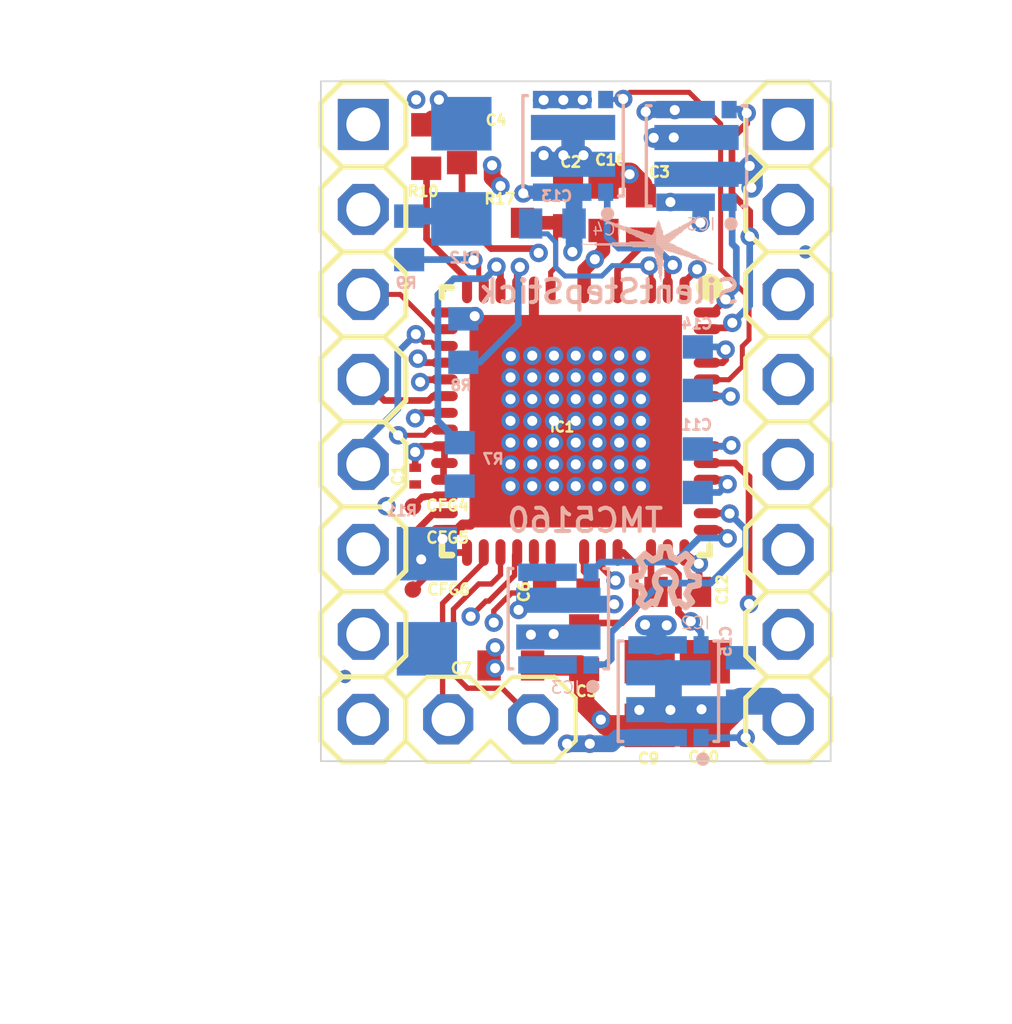
<source format=kicad_pcb>
(kicad_pcb (version 20240108) (generator "pcbnew") (generator_version "8.0")
  (layers (0 "F.Cu" signal) (1 "In1.Cu" signal) (2 "In2.Cu" signal) (3 "In3.Cu" signal) (4 "In4.Cu" signal) (31 "B.Cu" signal) (34 "B.Paste" user) (35 "F.Paste" user) (36 "B.SilkS" user "B.Silkscreen") (37 "F.SilkS" user "F.Silkscreen") (38 "B.Mask" user) (39 "F.Mask" user) (44 "Edge.Cuts" user))
  (net 0 "")
  (net 1 "GND")
  (net 2 "SRBL")
  (net 3 "SRBH")
  (net 4 "SRAL")
  (net 5 "SRAH")
  (net 6 "LA1")
  (net 7 "LA2")
  (net 8 "BMA1")
  (net 9 "BMA2")
  (net 10 "HA1")
  (net 11 "CA1")
  (net 12 "HA2")
  (net 13 "CA2")
  (net 14 "LB2")
  (net 15 "LB1")
  (net 16 "BMB2")
  (net 17 "BMB1")
  (net 18 "HB1")
  (net 19 "CB1")
  (net 20 "HB2")
  (net 21 "CB2")
  (net 22 "N$1")
  (net 23 "N$2")
  (net 24 "N$3")
  (net 25 "N$4")
  (net 26 "5V_OUT")
  (net 27 "VCC")
  (net 28 "VCC_IO")
  (net 29 "+VM")
  (net 30 "SA")
  (net 31 "SB")
  (net 32 "CSN")
  (net 33 "SCK")
  (net 34 "SDI")
  (net 35 "SDO")
  (net 36 "EN")
  (net 37 "CLK")
  (net 38 "STEP")
  (net 39 "DIR")
  (net 40 "DIAG1")
  (net 41 "DIAG0")
  (net 42 "N$11")
  (net 43 "N$41")
  (net 44 "N$44")
  (footprint "SilentStepStick-TMC5160_v13:C0402" (layer "F.Cu") (at 148.2711 98.5136 -90)
    (property "Reference" "C2")
    (property "Value" "2u2")
  )
  (footprint "SilentStepStick-TMC5160_v13:PASSER_04MM" (layer "F.Cu") (at 155.3711 99.9436)
    (property "Reference" "X2" (hide yes))
    (property "Value" "PASSER-04" (hide yes))
  )
  (footprint "SilentStepStick-TMC5160_v13:MA02-1" (layer "F.Cu") (at 145.9611 113.9136 -90)
    (property "Reference" "P3" (hide yes))
    (property "Value" "MA02-1" (hide yes))
  )
  (footprint "SilentStepStick-TMC5160_v13:C0402" (layer "F.Cu") (at 145.1011 96.6236 -90)
    (property "Reference" "C4")
    (property "Value" "470nF")
  )
  (footprint "SilentStepStick-TMC5160_v13:C0402" (layer "F.Cu") (at 148.7511 111.7736 -90)
    (property "Reference" "C5")
    (property "Value" "100nF")
  )
  (footprint "SilentStepStick-TMC5160_v13:R0402" (layer "F.Cu") (at 146.2611 99.0736)
    (property "Reference" "R17")
    (property "Value" "2R2/1%")
  )
  (footprint "SilentStepStick-TMC5160_v13:1X08-S" (layer "F.Cu") (at 142.1511 105.0236 -90)
    (property "Reference" "P1" (hide yes))
    (property "Value" "MA08-1" (hide yes))
  )
  (footprint "SilentStepStick-TMC5160_v13:C0402" (layer "F.Cu") (at 146.5611 112.3036)
    (property "Reference" "C7")
    (property "Value" "100nF")
  )
  (footprint "SilentStepStick-TMC5160_v13:C0402" (layer "F.Cu") (at 151.5511 110.1036)
    (property "Reference" "C12")
    (property "Value" "100nF")
  )
  (footprint "SilentStepStick-TMC5160_v13:C0805" (layer "F.Cu") (at 150.7111 113.1436 90)
    (property "Reference" "C9")
    (property "Value" "10uF/35V")
  )
  (footprint "SilentStepStick-TMC5160_v13:PAD-0.5_NC" (layer "F.Cu") (at 143.6311 107.5536)
    (property "Reference" "CFG4")
    (property "Value" "PAD-0.5_NC" (hide yes))
  )
  (footprint "SilentStepStick-TMC5160_v13:C0402" (layer "F.Cu") (at 149.3311 98.6536 -90)
    (property "Reference" "C16")
    (property "Value" "470nF/35V")
  )
  (footprint "SilentStepStick-TMC5160_v13:VQFN56(47)_8.0X8.0X0.9MM_0.5P_EP" (layer "F.Cu") (at 148.5011 105.0036 180)
    (property "Reference" "IC1")
    (property "Value" " TMC5160-WA ")
  )
  (footprint "SilentStepStick-TMC5160_v13:C0805" (layer "F.Cu") (at 152.3611 113.1436 90)
    (property "Reference" "C10")
    (property "Value" "10uF/35V")
  )
  (footprint "SilentStepStick-TMC5160_v13:R0402" (layer "F.Cu") (at 144.0311 96.7936 90)
    (property "Reference" "R10")
    (property "Value" "47R")
  )
  (footprint "SilentStepStick-TMC5160_v13:C0402" (layer "F.Cu") (at 150.4511 98.9136 -90)
    (property "Reference" "C3")
    (property "Value" "2u2")
  )
  (footprint "SilentStepStick-TMC5160_v13:1X08-S" (layer "F.Cu") (at 154.8511 105.0236 -90)
    (property "Reference" "P2" (hide yes))
    (property "Value" "MA08-1" (hide yes))
  )
  (footprint "SilentStepStick-TMC5160_v13:PAD-0.5_NC" (layer "F.Cu") (at 143.6311 110.0336)
    (property "Reference" "CFG6")
    (property "Value" "PAD-0.5_NC" (hide yes))
  )
  (footprint "SilentStepStick-TMC5160_v13:C0201" (layer "F.Cu") (at 143.7011 106.6436 90)
    (property "Reference" "C1")
    (property "Value" "100nF")
  )
  (footprint "SilentStepStick-TMC5160_v13:C0402" (layer "F.Cu") (at 148.2211 110.1536)
    (property "Reference" "C6")
    (property "Value" "22nF")
  )
  (footprint "SilentStepStick-TMC5160_v13:PASSER_04MM" (layer "F.Cu") (at 141.6011 112.6336)
    (property "Reference" "X1" (hide yes))
    (property "Value" "PASSER-04" (hide yes))
  )
  (footprint "SilentStepStick-TMC5160_v13:PAD-0.5_NC" (layer "F.Cu") (at 143.6311 108.4636)
    (property "Reference" "CFG5")
    (property "Value" "PAD-0.5_NC" (hide yes))
  )
  (footprint "SilentStepStick-TMC5160_v13:8-POWERWDFN" (layer "B.Cu") (at 148.4211 96.7736 180)
    (property "Reference" "IC4")
    (property "Value" "FDMC8030")
  )
  (footprint "SilentStepStick-TMC5160_v13:R0402" (layer "B.Cu") (at 145.1411 102.5936 90)
    (property "Reference" "R8")
    (property "Value" "47R")
  )
  (footprint "SilentStepStick-TMC5160_v13:R0402" (layer "B.Cu") (at 143.5211 99.5236 90)
    (property "Reference" "R9")
    (property "Value" "47R")
  )
  (footprint "SilentStepStick-TMC5160_v13:C0402" (layer "B.Cu") (at 152.1511 106.4836 90)
    (property "Reference" "C11")
    (property "Value" "100nF")
  )
  (footprint "SilentStepStick-TMC5160_v13:PASSER_04MM" (layer "B.Cu") (at 141.6011 112.6336 180)
    (property "Reference" "X3" (hide yes))
    (property "Value" "PASSER-04" (hide yes))
  )
  (footprint "SilentStepStick-TMC5160_v13:R1206" (layer "B.Cu") (at 144.0511 110.3836 -90)
    (property "Reference" "R11")
    (property "Value" "75mR")
  )
  (footprint "SilentStepStick-TMC5160_v13:C0402" (layer "B.Cu") (at 153.4411 112.7236 -90)
    (property "Reference" "C15")
    (property "Value" "470nF/35V")
  )
  (footprint "SilentStepStick-TMC5160_v13:8-POWERWDFN" (layer "B.Cu") (at 147.9811 110.9036 180)
    (property "Reference" "IC3")
    (property "Value" "FDMC8030")
  )
  (footprint "SilentStepStick-TMC5160_v13:8-POWERWDFN" (layer "B.Cu") (at 151.2711 113.0736 180)
    (property "Reference" "IC2")
    (property "Value" "FDMC8030")
  )
  (footprint "SilentStepStick-TMC5160_v13:R0402" (layer "B.Cu") (at 145.0311 106.2936 -90)
    (property "Reference" "R7")
    (property "Value" "47R")
  )
  (footprint "SilentStepStick-TMC5160_v13:8-POWERWDFN" (layer "B.Cu") (at 152.1111 97.0736 180)
    (property "Reference" "IC5")
    (property "Value" "FDMC8030")
  )
  (footprint "SilentStepStick-TMC5160_v13:R1206" (layer "B.Cu") (at 145.0811 97.5336 -90)
    (property "Reference" "R12")
    (property "Value" "75mR")
  )
  (footprint "SilentStepStick-TMC5160_v13:PASSER_04MM" (layer "B.Cu") (at 155.3711 99.9436 180)
    (property "Reference" "X4" (hide yes))
    (property "Value" "PASSER-04" (hide yes))
  )
  (footprint "SilentStepStick-TMC5160_v13:C0402" (layer "B.Cu") (at 152.1511 103.4336 90)
    (property "Reference" "C14")
    (property "Value" "100nF")
  )
  (footprint "SilentStepStick-TMC5160_v13:SPARK_2MM" (layer "B.Cu") (at 150.9811 99.6636 180)
    (property "Reference" "LOGO1" (hide yes))
    (property "Value" "LOGO_SPARK-2" (hide yes))
  )
  (footprint "SilentStepStick-TMC5160_v13:OSHW_2MM" (layer "B.Cu") (at 151.1811 109.6636 180)
    (property "Reference" "LOGO2" (hide yes))
    (property "Value" "LOGO_OSHW-2" (hide yes))
  )
  (footprint "SilentStepStick-TMC5160_v13:C0402" (layer "B.Cu") (at 147.8011 99.0936 180)
    (property "Reference" "C13")
    (property "Value" "100nF")
  )
  (gr_line (start 156.1211 115.1636) (end 156.1211 94.8436) (stroke (width 0.05)) (layer "Edge.Cuts"))
  (gr_line (start 140.8811 115.1636) (end 156.1211 115.1636) (stroke (width 0.05)) (layer "Edge.Cuts"))
  (gr_line (start 156.1211 94.8436) (end 140.8811 94.8436) (stroke (width 0.05)) (layer "Edge.Cuts"))
  (gr_line (start 140.8811 94.8436) (end 140.8811 115.1636) (stroke (width 0.05)) (layer "Edge.Cuts"))
  (gr_text "SilentStepStick" (at 153.4611 101.5336 0) (layer "B.SilkS") (effects (font (size 0.69088 0.69088) (thickness 0.12192)) (justify left bottom mirror)))
  (gr_text "TMC5160" (at 151.1811 108.3736 0) (layer "B.SilkS") (effects (font (size 0.69088 0.69088) (thickness 0.12192)) (justify left bottom mirror)))
  (segment (start 150.7111 112.1936) (end 150.1511 112.7536) (width 0.2) (layer "F.Cu") (net 1))
  (segment (start 150.1111 97.6236) (end 149.7111 97.6236) (width 0.7) (layer "F.Cu") (net 1))
  (segment (start 149.6611 97.6736) (end 149.3311 98.0036) (width 0.7) (layer "F.Cu") (net 1))
  (segment (start 144.5761 101.7536) (end 145.3711 101.7536) (width 0.2) (layer "F.Cu") (net 1))
  (segment (start 144.5761 108.2536) (end 144.9611 108.2536) (width 0.3) (layer "F.Cu") (net 1))
  (segment (start 149.7111 97.6236) (end 149.3311 98.0036) (width 0.7) (layer "F.Cu") (net 1))
  (segment (start 145.6311 107.8636) (end 146.5511 106.9436) (width 0.2) (layer "F.Cu") (net 1))
  (segment (start 147.2511 101.0786) (end 147.2511 102.9936) (width 0.3) (layer "F.Cu") (net 1))
  (segment (start 150.1511 97.6736) (end 149.6611 97.6736) (width 0.7) (layer "F.Cu") (net 1))
  (segment (start 145.3511 108.0936) (end 145.5811 107.8636) (width 0.3) (layer "F.Cu") (net 1))
  (segment (start 145.5811 107.8636) (end 145.6311 107.8636) (width 0.2) (layer "F.Cu") (net 1))
  (segment (start 145.3711 101.7536) (end 145.4811 101.8636) (width 0.2) (layer "F.Cu") (net 1))
  (segment (start 150.4511 98.2636) (end 150.4511 97.9736) (width 0.5) (layer "F.Cu") (net 1))
  (segment (start 147.2511 102.9936) (end 147.2011 103.0436) (width 0.3) (layer "F.Cu") (net 1))
  (segment (start 144.9611 108.2536) (end 145.1211 108.0936) (width 0.3) (layer "F.Cu") (net 1))
  (segment (start 150.4511 97.9736) (end 150.1511 97.6736) (width 0.7) (layer "F.Cu") (net 1))
  (segment (start 145.1011 95.9736) (end 144.2111 95.9636) (width 0.5) (layer "F.Cu") (net 1))
  (segment (start 145.1211 108.0936) (end 145.3511 108.0936) (width 0.3) (layer "F.Cu") (net 1))
  (via (at 149.8011 104.3436) (size 0.55) (drill 0.3) (layers "F.Cu" "B.Cu") (net 1))
  (via (at 147.8511 106.2936) (size 0.55) (drill 0.3) (layers "F.Cu" "B.Cu") (net 1))
  (via (at 146.5511 106.2936) (size 0.55) (drill 0.3) (layers "F.Cu" "B.Cu") (net 1))
  (via (at 146.5511 106.9436) (size 0.55) (drill 0.3) (layers "F.Cu" "B.Cu") (net 1))
  (via (at 147.2011 106.2936) (size 0.55) (drill 0.3) (layers "F.Cu" "B.Cu") (net 1))
  (via (at 150.4511 106.9436) (size 0.55) (drill 0.3) (layers "F.Cu" "B.Cu") (net 1))
  (via (at 148.5011 103.0436) (size 0.55) (drill 0.3) (layers "F.Cu" "B.Cu") (net 1))
  (via (at 149.1511 104.3436) (size 0.55) (drill 0.3) (layers "F.Cu" "B.Cu") (net 1))
  (via (at 148.5011 106.9436) (size 0.55) (drill 0.3) (layers "F.Cu" "B.Cu") (net 1))
  (via (at 144.5211 108.5236) (size 0.55) (drill 0.3) (layers "F.Cu" "B.Cu") (net 1))
  (via (at 146.5511 104.3436) (size 0.55) (drill 0.3) (layers "F.Cu" "B.Cu") (net 1))
  (via (at 147.8511 105.6436) (size 0.55) (drill 0.3) (layers "F.Cu" "B.Cu") (net 1))
  (via (at 146.5511 104.9936) (size 0.55) (drill 0.3) (layers "F.Cu" "B.Cu") (net 1))
  (via (at 150.4511 105.6436) (size 0.55) (drill 0.3) (layers "F.Cu" "B.Cu") (net 1))
  (via (at 148.5011 104.9936) (size 0.55) (drill 0.3) (layers "F.Cu" "B.Cu") (net 1))
  (via (at 150.4511 104.3436) (size 0.55) (drill 0.3) (layers "F.Cu" "B.Cu") (net 1))
  (via (at 148.5011 103.6936) (size 0.55) (drill 0.3) (layers "F.Cu" "B.Cu") (net 1))
  (via (at 145.4811 101.8636) (size 0.55) (drill 0.3) (layers "F.Cu" "B.Cu") (net 1))
  (via (at 148.5011 104.3436) (size 0.55) (drill 0.3) (layers "F.Cu" "B.Cu") (net 1))
  (via (at 147.8511 106.9436) (size 0.55) (drill 0.3) (layers "F.Cu" "B.Cu") (net 1))
  (via (at 149.1511 104.9936) (size 0.55) (drill 0.3) (layers "F.Cu" "B.Cu") (net 1))
  (via (at 149.8011 104.9936) (size 0.55) (drill 0.3) (layers "F.Cu" "B.Cu") (net 1))
  (via (at 146.0911 111.7636) (size 0.55) (drill 0.3) (layers "F.Cu" "B.Cu") (net 1))
  (via (at 149.8011 103.0436) (size 0.55) (drill 0.3) (layers "F.Cu" "B.Cu") (net 1))
  (via (at 149.1511 106.2936) (size 0.55) (drill 0.3) (layers "F.Cu" "B.Cu") (net 1))
  (via (at 149.8011 105.6436) (size 0.55) (drill 0.3) (layers "F.Cu" "B.Cu") (net 1))
  (via (at 146.5511 103.6936) (size 0.55) (drill 0.3) (layers "F.Cu" "B.Cu") (net 1))
  (via (at 147.2011 105.6436) (size 0.55) (drill 0.3) (layers "F.Cu" "B.Cu") (net 1))
  (via (at 147.2011 104.3436) (size 0.55) (drill 0.3) (layers "F.Cu" "B.Cu") (net 1))
  (via (at 147.8511 103.0436) (size 0.55) (drill 0.3) (layers "F.Cu" "B.Cu") (net 1))
  (via (at 143.8811 109.1336) (size 0.55) (drill 0.3) (layers "F.Cu" "B.Cu") (net 1))
  (via (at 150.4511 106.2936) (size 0.55) (drill 0.3) (layers "F.Cu" "B.Cu") (net 1))
  (via (at 147.2011 104.9936) (size 0.55) (drill 0.3) (layers "F.Cu" "B.Cu") (net 1))
  (via (at 142.8411 107.5436) (size 0.55) (drill 0.3) (layers "F.Cu" "B.Cu") (net 1))
  (via (at 149.1511 103.6936) (size 0.55) (drill 0.3) (layers "F.Cu" "B.Cu") (net 1))
  (via (at 147.8511 103.6936) (size 0.55) (drill 0.3) (layers "F.Cu" "B.Cu") (net 1))
  (via (at 149.8011 106.2936) (size 0.55) (drill 0.3) (layers "F.Cu" "B.Cu") (net 1))
  (via (at 147.2011 103.0436) (size 0.55) (drill 0.3) (layers "F.Cu" "B.Cu") (net 1))
  (via (at 147.8511 104.9936) (size 0.55) (drill 0.3) (layers "F.Cu" "B.Cu") (net 1))
  (via (at 149.1511 106.9436) (size 0.55) (drill 0.3) (layers "F.Cu" "B.Cu") (net 1))
  (via (at 148.5011 105.6436) (size 0.55) (drill 0.3) (layers "F.Cu" "B.Cu") (net 1))
  (via (at 149.1511 103.0436) (size 0.55) (drill 0.3) (layers "F.Cu" "B.Cu") (net 1))
  (via (at 147.2011 106.9436) (size 0.55) (drill 0.3) (layers "F.Cu" "B.Cu") (net 1))
  (via (at 144.4111 95.3936) (size 0.55) (drill 0.3) (layers "F.Cu" "B.Cu") (net 1))
  (via (at 149.8011 106.9436) (size 0.55) (drill 0.3) (layers "F.Cu" "B.Cu") (net 1))
  (via (at 150.4511 103.0436) (size 0.55) (drill 0.3) (layers "F.Cu" "B.Cu") (net 1))
  (via (at 143.7311 95.3936) (size 0.55) (drill 0.3) (layers "F.Cu" "B.Cu") (net 1))
  (via (at 147.8511 104.3436) (size 0.55) (drill 0.3) (layers "F.Cu" "B.Cu") (net 1))
  (via (at 147.2011 103.6936) (size 0.55) (drill 0.3) (layers "F.Cu" "B.Cu") (net 1))
  (via (at 150.4511 104.9936) (size 0.55) (drill 0.3) (layers "F.Cu" "B.Cu") (net 1))
  (via (at 146.0911 112.3836) (size 0.55) (drill 0.3) (layers "F.Cu" "B.Cu") (net 1))
  (via (at 148.5011 106.2936) (size 0.55) (drill 0.3) (layers "F.Cu" "B.Cu") (net 1))
  (via (at 150.4511 103.6936) (size 0.55) (drill 0.3) (layers "F.Cu" "B.Cu") (net 1))
  (via (at 146.5611 103.0636) (size 0.55) (drill 0.3) (layers "F.Cu" "B.Cu") (net 1))
  (via (at 146.5511 105.6436) (size 0.55) (drill 0.3) (layers "F.Cu" "B.Cu") (net 1))
  (via (at 150.1111 97.6236) (size 0.55) (drill 0.3) (layers "F.Cu" "B.Cu") (net 1))
  (via (at 149.8011 103.6936) (size 0.55) (drill 0.3) (layers "F.Cu" "B.Cu") (net 1))
  (via (at 149.1511 105.6436) (size 0.55) (drill 0.3) (layers "F.Cu" "B.Cu") (net 1))
  (segment (start 145.4811 101.9436) (end 145.4811 101.8636) (width 0.2) (layer "B.Cu") (net 1))
  (segment (start 145.4811 101.9436) (end 145.1411 101.9436) (width 0.2) (layer "B.Cu") (net 1))
  (segment (start 145.2511 100.7636) (end 144.0411 99.5536) (width 0.2) (layer "F.Cu") (net 2))
  (segment (start 145.2511 101.0786) (end 145.2511 100.7636) (width 0.2) (layer "F.Cu") (net 2))
  (segment (start 144.0411 97.2536) (end 144.0311 97.4436) (width 0.2) (layer "F.Cu") (net 2))
  (segment (start 144.0411 99.5536) (end 144.0411 97.2536) (width 0.2) (layer "F.Cu") (net 2))
  (segment (start 145.7511 101.0786) (end 145.7511 100.8236) (width 0.15) (layer "F.Cu") (net 3))
  (segment (start 145.7511 100.8236) (end 145.6011 100.6736) (width 0.15) (layer "F.Cu") (net 3))
  (segment (start 145.6011 100.3536) (end 145.4411 100.1936) (width 0.15) (layer "F.Cu") (net 3))
  (segment (start 145.6011 100.6736) (end 145.6011 100.3536) (width 0.15) (layer "F.Cu") (net 3))
  (via (at 145.4411 100.1936) (size 0.55) (drill 0.3) (layers "F.Cu" "B.Cu") (net 3))
  (segment (start 143.5211 100.1736) (end 145.4211 100.1736) (width 0.2) (layer "B.Cu") (net 3))
  (segment (start 145.4211 100.1736) (end 145.4411 100.1936) (width 0.2) (layer "B.Cu") (net 3))
  (segment (start 146.7511 100.4736) (end 146.8311 100.3936) (width 0.2) (layer "F.Cu") (net 4))
  (segment (start 146.7511 101.0786) (end 146.7511 100.4736) (width 0.2) (layer "F.Cu") (net 4))
  (via (at 146.8311 100.3936) (size 0.55) (drill 0.3) (layers "F.Cu" "B.Cu") (net 4))
  (segment (start 146.7811 102.0936) (end 145.6311 103.2436) (width 0.2) (layer "B.Cu") (net 4))
  (segment (start 146.7811 100.4436) (end 146.7811 102.0936) (width 0.2) (layer "B.Cu") (net 4))
  (segment (start 146.8311 100.3936) (end 146.7811 100.4436) (width 0.2) (layer "B.Cu") (net 4))
  (segment (start 145.6311 103.2436) (end 145.1411 103.2436) (width 0.2) (layer "B.Cu") (net 4))
  (segment (start 146.2511 101.0786) (end 146.2511 100.5036) (width 0.2) (layer "F.Cu") (net 5))
  (segment (start 146.2511 100.5036) (end 146.1311 100.3836) (width 0.2) (layer "F.Cu") (net 5))
  (via (at 146.1311 100.3836) (size 0.55) (drill 0.3) (layers "F.Cu" "B.Cu") (net 5))
  (segment (start 145.7911 100.7436) (end 144.857543 100.7436) (width 0.2) (layer "B.Cu") (net 5))
  (segment (start 146.1461 100.3986) (end 146.1411 100.3936) (width 0.2) (layer "B.Cu") (net 5))
  (segment (start 146.1411 100.3936) (end 146.1311 100.3836) (width 0.2) (layer "B.Cu") (net 5))
  (segment (start 145.0311 105.6436) (end 144.3811 104.9936) (width 0.2) (layer "B.Cu") (net 5))
  (segment (start 144.857543 100.7436) (end 144.3811 101.220044) (width 0.2) (layer "B.Cu") (net 5))
  (segment (start 146.1461 100.3886) (end 146.1411 100.3836) (width 0.2) (layer "B.Cu") (net 5))
  (segment (start 144.3811 101.220044) (end 144.3811 104.9936) (width 0.2) (layer "B.Cu") (net 5))
  (segment (start 146.1411 100.3936) (end 145.7911 100.7436) (width 0.2) (layer "B.Cu") (net 5))
  (segment (start 146.1461 100.3986) (end 146.1461 100.3886) (width 0.2) (layer "B.Cu") (net 5))
  (segment (start 152.4261 107.7536) (end 153.0911 107.7536) (width 0.2) (layer "F.Cu") (net 6))
  (segment (start 153.0911 107.7536) (end 153.1011 107.7636) (width 0.2) (layer "F.Cu") (net 6))
  (via (at 153.1011 107.7636) (size 0.55) (drill 0.3) (layers "F.Cu" "B.Cu") (net 6))
  (segment (start 153.1011 107.7636) (end 153.5811 108.2436) (width 0.2) (layer "B.Cu") (net 6))
  (segment (start 153.5811 108.2436) (end 153.5811 108.7936) (width 0.2) (layer "B.Cu") (net 6))
  (segment (start 153.5811 108.7936) (end 152.5311 109.8436) (width 0.2) (layer "B.Cu") (net 6))
  (segment (start 152.5311 109.8436) (end 151.0311 109.8436) (width 0.2) (layer "B.Cu") (net 6))
  (segment (start 148.9561 112.2886) (end 148.9661 112.2786) (width 0.2) (layer "B.Cu") (net 6))
  (segment (start 149.5611 111.3136) (end 151.0311 109.8436) (width 0.2) (layer "B.Cu") (net 6))
  (segment (start 148.9661 112.2786) (end 149.3961 112.2786) (width 0.2) (layer "B.Cu") (net 6))
  (segment (start 149.3961 112.2786) (end 149.5611 112.1136) (width 0.2) (layer "B.Cu") (net 6))
  (segment (start 149.5611 112.1136) (end 149.5611 111.3136) (width 0.2) (layer "B.Cu") (net 6))
  (segment (start 152.7911 108.2536) (end 153.0411 108.5036) (width 0.2) (layer "F.Cu") (net 7))
  (segment (start 152.4261 108.2536) (end 152.7911 108.2536) (width 0.2) (layer "F.Cu") (net 7))
  (via (at 153.0411 108.5036) (size 0.55) (drill 0.3) (layers "F.Cu" "B.Cu") (net 7))
  (segment (start 152.1911 108.4936) (end 151.4711 109.2136) (width 0.2) (layer "B.Cu") (net 7))
  (segment (start 151.4711 109.2136) (end 149.2611 109.2136) (width 0.2) (layer "B.Cu") (net 7))
  (segment (start 153.0311 108.4936) (end 152.1911 108.4936) (width 0.2) (layer "B.Cu") (net 7))
  (segment (start 149.2611 109.2136) (end 148.9561 109.5186) (width 0.2) (layer "B.Cu") (net 7))
  (segment (start 153.0411 108.5036) (end 153.0311 108.4936) (width 0.2) (layer "B.Cu") (net 7))
  (segment (start 152.4261 106.7536) (end 152.9111 106.7536) (width 0.2) (layer "F.Cu") (net 8))
  (segment (start 152.9111 106.7536) (end 153.0411 106.8836) (width 0.2) (layer "F.Cu") (net 8))
  (via (at 148.9211 114.6436) (size 0.55) (drill 0.3) (layers "F.Cu" "B.Cu") (net 8))
  (via (at 147.1611 111.3836) (size 0.55) (drill 0.3) (layers "F.Cu" "B.Cu") (net 8))
  (via (at 147.8411 111.3636) (size 0.55) (drill 0.3) (layers "F.Cu" "B.Cu") (net 8))
  (via (at 153.0411 106.8836) (size 0.55) (drill 0.3) (layers "F.Cu" "B.Cu") (net 8))
  (via (at 148.2411 114.6436) (size 0.55) (drill 0.3) (layers "F.Cu" "B.Cu") (net 8))
  (segment (start 149.5711 114.6436) (end 148.2411 114.6436) (width 0.5) (layer "B.Cu") (net 8))
  (segment (start 152.7911 107.1336) (end 153.0411 106.8836) (width 0.2) (layer "B.Cu") (net 8))
  (segment (start 147.9811 111.4536) (end 147.2311 111.4536) (width 0.4064) (layer "B.Cu") (net 8))
  (segment (start 147.2311 111.4536) (end 147.1611 111.3836) (width 0.4064) (layer "B.Cu") (net 8))
  (segment (start 149.7511 114.4636) (end 150.9411 114.4636) (width 0.5) (layer "B.Cu") (net 8))
  (segment (start 149.5711 114.6436) (end 149.7511 114.4636) (width 0.5) (layer "B.Cu") (net 8))
  (segment (start 152.1511 107.1336) (end 152.7911 107.1336) (width 0.2) (layer "B.Cu") (net 8))
  (segment (start 150.9411 114.4636) (end 150.9461 114.4586) (width 0.5) (layer "B.Cu") (net 8))
  (segment (start 152.2011 110.1036) (end 152.1811 109.2636) (width 0.2) (layer "F.Cu") (net 9))
  (segment (start 151.7511 108.9286) (end 152.1811 109.2636) (width 0.2) (layer "F.Cu") (net 9))
  (via (at 146.7911 110.6436) (size 0.55) (drill 0.3) (layers "F.Cu" "B.Cu") (net 9))
  (via (at 151.2211 111.1036) (size 0.55) (drill 0.3) (layers "F.Cu" "B.Cu") (net 9))
  (via (at 149.6511 110.4736) (size 0.55) (drill 0.3) (layers "F.Cu" "B.Cu") (net 9))
  (via (at 150.5711 111.0836) (size 0.55) (drill 0.3) (layers "F.Cu" "B.Cu") (net 9))
  (via (at 152.1811 109.2636) (size 0.55) (drill 0.3) (layers "F.Cu" "B.Cu") (net 9))
  (segment (start 149.6511 110.4736) (end 148.1011 110.4736) (width 0.508) (layer "B.Cu") (net 9))
  (segment (start 150.5711 111.1036) (end 150.9111 111.1036) (width 0.6) (layer "B.Cu") (net 9))
  (segment (start 147.0811 110.3536) (end 146.7911 110.6436) (width 0.4064) (layer "B.Cu") (net 9))
  (segment (start 151.2211 111.1036) (end 150.9111 111.1036) (width 0.6) (layer "B.Cu") (net 9))
  (segment (start 148.1011 110.4736) (end 147.9811 110.3536) (width 0.508) (layer "B.Cu") (net 9))
  (segment (start 150.9111 111.1036) (end 150.9111 111.6536) (width 0.6) (layer "B.Cu") (net 9))
  (segment (start 150.9111 111.6536) (end 150.9461 111.6886) (width 0.6) (layer "B.Cu") (net 9))
  (segment (start 147.9811 110.3536) (end 147.0811 110.3536) (width 0.4064) (layer "B.Cu") (net 9))
  (segment (start 153.6711 106.6636) (end 153.2611 106.2536) (width 0.2) (layer "F.Cu") (net 10))
  (segment (start 153.6811 106.6636) (end 153.6811 110.4636) (width 0.2) (layer "F.Cu") (net 10))
  (segment (start 153.2611 106.2536) (end 152.4261 106.2536) (width 0.2) (layer "F.Cu") (net 10))
  (segment (start 153.6811 106.6636) (end 153.6711 106.6636) (width 0.2) (layer "F.Cu") (net 10))
  (segment (start 152.4461 106.2336) (end 152.4261 106.2536) (width 0.2) (layer "F.Cu") (net 10))
  (via (at 153.6811 110.4636) (size 0.55) (drill 0.3) (layers "F.Cu" "B.Cu") (net 10))
  (via (at 153.5811 114.4636) (size 0.55) (drill 0.3) (layers "F.Cu" "B.Cu") (net 10))
  (segment (start 153.5811 114.4636) (end 152.2511 114.4636) (width 0.2) (layer "B.Cu") (net 10))
  (segment (start 152.2511 114.4636) (end 152.2461 114.4586) (width 0.2) (layer "B.Cu") (net 10))
  (segment (start 152.4261 105.7536) (end 153.1211 105.7536) (width 0.2) (layer "F.Cu") (net 11))
  (segment (start 153.1211 105.7536) (end 153.1511 105.7236) (width 0.2) (layer "F.Cu") (net 11))
  (via (at 153.1511 105.7236) (size 0.55) (drill 0.3) (layers "F.Cu" "B.Cu") (net 11))
  (segment (start 152.4261 105.7536) (end 153.1211 105.7536) (width 0.2) (layer "B.Cu") (net 11))
  (segment (start 152.1511 105.8336) (end 152.3461 105.8336) (width 0.2) (layer "B.Cu") (net 11))
  (segment (start 152.3461 105.8336) (end 152.4261 105.7536) (width 0.2) (layer "B.Cu") (net 11))
  (segment (start 153.1211 105.7536) (end 153.1511 105.7236) (width 0.2) (layer "B.Cu") (net 11))
  (segment (start 151.2811 108.9586) (end 151.2511 108.9286) (width 0.2) (layer "F.Cu") (net 12))
  (segment (start 151.5711 110.7036) (end 151.5711 109.5836) (width 0.2) (layer "F.Cu") (net 12))
  (segment (start 151.9411 110.9836) (end 151.8511 110.9836) (width 0.2) (layer "F.Cu") (net 12))
  (segment (start 151.2811 108.9586) (end 151.2711 109.2836) (width 0.2) (layer "F.Cu") (net 12))
  (segment (start 151.2711 109.2836) (end 151.5711 109.5836) (width 0.2) (layer "F.Cu") (net 12))
  (segment (start 151.8511 110.9836) (end 151.5711 110.7036) (width 0.2) (layer "F.Cu") (net 12))
  (via (at 151.9411 110.9836) (size 0.55) (drill 0.3) (layers "F.Cu" "B.Cu") (net 12))
  (segment (start 152.2461 111.3086) (end 151.9411 110.9836) (width 0.2) (layer "B.Cu") (net 12))
  (segment (start 152.2461 111.6886) (end 152.2461 111.3086) (width 0.2) (layer "B.Cu") (net 12))
  (segment (start 150.7511 109.9536) (end 150.9011 110.1036) (width 0.2) (layer "F.Cu") (net 13))
  (segment (start 150.7511 108.9286) (end 150.7511 109.9536) (width 0.2) (layer "F.Cu") (net 13))
  (segment (start 152.4661 102.2136) (end 152.4261 102.2536) (width 0.2) (layer "F.Cu") (net 14))
  (segment (start 153.6111 95.7936) (end 153.6111 96.1036) (width 0.2) (layer "F.Cu") (net 14))
  (segment (start 153.6111 96.1036) (end 153.1811 96.5336) (width 0.2) (layer "F.Cu") (net 14))
  (segment (start 153.1711 96.5336) (end 153.1711 98.2036) (width 0.2) (layer "F.Cu") (net 14))
  (segment (start 153.0311 102.2136) (end 153.1811 102.0636) (width 0.2) (layer "F.Cu") (net 14))
  (segment (start 152.4661 102.2136) (end 153.0311 102.2136) (width 0.2) (layer "F.Cu") (net 14))
  (segment (start 153.7011 98.7336) (end 153.1711 98.2036) (width 0.2) (layer "F.Cu") (net 14))
  (segment (start 153.1811 96.5336) (end 153.1711 96.5336) (width 0.2) (layer "F.Cu") (net 14))
  (segment (start 153.7011 99.4836) (end 153.7011 98.7336) (width 0.2) (layer "F.Cu") (net 14))
  (via (at 153.1811 102.0636) (size 0.55) (drill 0.3) (layers "F.Cu" "B.Cu") (net 14))
  (via (at 153.7011 99.4836) (size 0.55) (drill 0.3) (layers "F.Cu" "B.Cu") (net 14))
  (via (at 153.6111 95.7936) (size 0.55) (drill 0.3) (layers "F.Cu" "B.Cu") (net 14))
  (segment (start 153.1811 102.0636) (end 153.7011 101.5436) (width 0.2) (layer "B.Cu") (net 14))
  (segment (start 153.7011 101.5436) (end 153.7011 99.4836) (width 0.2) (layer "B.Cu") (net 14))
  (segment (start 153.0861 95.6886) (end 153.5061 95.6686) (width 0.2) (layer "B.Cu") (net 14))
  (segment (start 153.5061 95.6686) (end 153.6111 95.7936) (width 0.2) (layer "B.Cu") (net 14))
  (segment (start 152.4261 101.7536) (end 152.5911 101.7536) (width 0.2) (layer "F.Cu") (net 15))
  (segment (start 152.5911 101.7536) (end 152.9811 101.3636) (width 0.2) (layer "F.Cu") (net 15))
  (via (at 152.9811 101.3636) (size 0.55) (drill 0.3) (layers "F.Cu" "B.Cu") (net 15))
  (segment (start 153.3011 99.826063) (end 153.1761 99.701063) (width 0.2) (layer "B.Cu") (net 15))
  (segment (start 152.9811 101.3636) (end 153.3011 101.0436) (width 0.2) (layer "B.Cu") (net 15))
  (segment (start 153.1761 98.5486) (end 153.0861 98.4586) (width 0.2) (layer "B.Cu") (net 15))
  (segment (start 153.1761 99.701063) (end 153.1761 98.5486) (width 0.2) (layer "B.Cu") (net 15))
  (segment (start 153.3011 101.0436) (end 153.3011 99.826063) (width 0.2) (layer "B.Cu") (net 15))
  (segment (start 152.4261 103.2536) (end 152.8911 103.2536) (width 0.2) (layer "F.Cu") (net 16))
  (segment (start 152.8911 103.2536) (end 152.9811 103.1636) (width 0.2) (layer "F.Cu") (net 16))
  (segment (start 152.9811 103.1636) (end 152.9811 102.8636) (width 0.2) (layer "F.Cu") (net 16))
  (via (at 148.1311 95.4036) (size 0.55) (drill 0.3) (layers "F.Cu" "B.Cu") (net 16))
  (via (at 151.4311 96.5236) (size 0.55) (drill 0.3) (layers "F.Cu" "B.Cu") (net 16))
  (via (at 147.5411 95.4036) (size 0.55) (drill 0.3) (layers "F.Cu" "B.Cu") (net 16))
  (via (at 148.7111 95.4036) (size 0.55) (drill 0.3) (layers "F.Cu" "B.Cu") (net 16))
  (via (at 150.8311 96.5336) (size 0.55) (drill 0.3) (layers "F.Cu" "B.Cu") (net 16))
  (via (at 152.9811 102.8636) (size 0.55) (drill 0.3) (layers "F.Cu" "B.Cu") (net 16))
  (segment (start 152.1511 102.7836) (end 152.9011 102.7836) (width 0.2) (layer "B.Cu") (net 16))
  (segment (start 148.1811 95.4636) (end 148.1311 95.4036) (width 0.4) (layer "B.Cu") (net 16))
  (segment (start 148.1311 95.4036) (end 148.0711 95.4036) (width 0.4) (layer "B.Cu") (net 16))
  (segment (start 148.0961 95.3886) (end 148.1461 95.4286) (width 0.2) (layer "B.Cu") (net 16))
  (segment (start 148.0711 95.4036) (end 147.4211 95.4136) (width 0.4) (layer "B.Cu") (net 16))
  (segment (start 148.1461 95.4286) (end 148.1811 95.4636) (width 0.2) (layer "B.Cu") (net 16))
  (segment (start 152.1111 96.5236) (end 150.8311 96.5336) (width 0.6) (layer "B.Cu") (net 16))
  (segment (start 152.9011 102.7836) (end 152.9811 102.8636) (width 0.2) (layer "B.Cu") (net 16))
  (segment (start 151.7511 101.0786) (end 151.7511 100.8436) (width 0.2) (layer "F.Cu") (net 17))
  (segment (start 151.7511 100.8436) (end 152.1311 100.4636) (width 0.2) (layer "F.Cu") (net 17))
  (via (at 152.1311 100.4636) (size 0.55) (drill 0.3) (layers "F.Cu" "B.Cu") (net 17))
  (via (at 153.7011 97.3736) (size 0.55) (drill 0.3) (layers "F.Cu" "B.Cu") (net 17))
  (via (at 146.9311 98.1936) (size 0.55) (drill 0.3) (layers "F.Cu" "B.Cu") (net 17))
  (via (at 153.7511 98.0236) (size 0.55) (drill 0.3) (layers "F.Cu" "B.Cu") (net 17))
  (via (at 148.4011 99.9436) (size 0.55) (drill 0.3) (layers "F.Cu" "B.Cu") (net 17))
  (segment (start 153.7911 97.9536) (end 153.7911 97.3236) (width 0.6) (layer "B.Cu") (net 17))
  (segment (start 153.7911 97.9536) (end 153.7511 98.0236) (width 0.6) (layer "B.Cu") (net 17))
  (segment (start 148.0961 98.1586) (end 146.9311 98.1586) (width 0.4) (layer "B.Cu") (net 17))
  (segment (start 148.4511 99.8736) (end 148.4011 99.9436) (width 0.5) (layer "B.Cu") (net 17))
  (segment (start 153.4711 97.6136) (end 153.7011 97.3736) (width 0.6) (layer "B.Cu") (net 17))
  (segment (start 146.9311 98.1586) (end 146.9311 98.1936) (width 0.4) (layer "B.Cu") (net 17))
  (segment (start 148.4511 99.0936) (end 148.4511 98.1636) (width 0.5) (layer "B.Cu") (net 17))
  (segment (start 152.1111 97.6236) (end 153.4711 97.6136) (width 0.6) (layer "B.Cu") (net 17))
  (segment (start 148.4511 98.1636) (end 148.0961 98.1586) (width 0.5) (layer "B.Cu") (net 17))
  (segment (start 148.4511 99.0936) (end 148.4511 99.8736) (width 0.5) (layer "B.Cu") (net 17))
  (segment (start 151.2511 100.4836) (end 151.4011 100.3336) (width 0.2) (layer "F.Cu") (net 18))
  (segment (start 151.2511 101.0786) (end 151.2511 100.4836) (width 0.2) (layer "F.Cu") (net 18))
  (via (at 151.4011 100.3336) (size 0.55) (drill 0.3) (layers "F.Cu" "B.Cu") (net 18))
  (segment (start 151.2261 100.136138) (end 151.2261 100.1586) (width 0.2) (layer "B.Cu") (net 18))
  (segment (start 150.918562 99.8286) (end 151.2261 100.136138) (width 0.2) (layer "B.Cu") (net 18))
  (segment (start 149.7861 99.8286) (end 150.918562 99.8286) (width 0.2) (layer "B.Cu") (net 18))
  (segment (start 149.4011 98.1636) (end 149.3961 98.1586) (width 0.2) (layer "B.Cu") (net 18))
  (segment (start 149.3961 98.1586) (end 149.4411 98.2036) (width 0.2) (layer "B.Cu") (net 18))
  (segment (start 149.4411 99.4836) (end 149.7861 99.8286) (width 0.2) (layer "B.Cu") (net 18))
  (segment (start 149.4411 98.2036) (end 149.4411 99.4836) (width 0.2) (layer "B.Cu") (net 18))
  (segment (start 151.2261 100.1586) (end 151.4011 100.3336) (width 0.2) (layer "B.Cu") (net 18))
  (segment (start 150.7511 101.0786) (end 150.7511 100.4036) (width 0.15) (layer "F.Cu") (net 19))
  (segment (start 150.7511 100.4036) (end 150.7011 100.3536) (width 0.15) (layer "F.Cu") (net 19))
  (via (at 150.7011 100.3536) (size 0.55) (drill 0.3) (layers "F.Cu" "B.Cu") (net 19))
  (segment (start 147.1811 99.1236) (end 147.1511 99.0936) (width 0.2) (layer "B.Cu") (net 19))
  (segment (start 149.5911 100.3536) (end 149.2811 100.6636) (width 0.15) (layer "B.Cu") (net 19))
  (segment (start 148.1811 100.6636) (end 147.9011 100.4036) (width 0.15) (layer "B.Cu") (net 19))
  (segment (start 149.2811 100.6636) (end 148.1811 100.6636) (width 0.15) (layer "B.Cu") (net 19))
  (segment (start 147.9011 100.4036) (end 147.9011 99.6636) (width 0.15) (layer "B.Cu") (net 19))
  (segment (start 150.7011 100.3536) (end 149.5911 100.3536) (width 0.15) (layer "B.Cu") (net 19))
  (segment (start 147.1511 99.0936) (end 147.3311 99.1736) (width 0.2) (layer "B.Cu") (net 19))
  (segment (start 147.9011 99.6636) (end 147.6611 99.4036) (width 0.15) (layer "B.Cu") (net 19))
  (segment (start 147.6611 99.4036) (end 147.4611 99.4036) (width 0.15) (layer "B.Cu") (net 19))
  (segment (start 147.4611 99.4036) (end 147.1511 99.0936) (width 0.15) (layer "B.Cu") (net 19))
  (segment (start 151.8911 95.1736) (end 152.8311 96.1136) (width 0.15) (layer "F.Cu") (net 20))
  (segment (start 153.4811 103.3636) (end 153.0811 103.7636) (width 0.15) (layer "F.Cu") (net 20))
  (segment (start 150.1211 95.1736) (end 149.9211 95.3736) (width 0.15) (layer "F.Cu") (net 20))
  (segment (start 153.4811 102.7636) (end 153.4811 103.3636) (width 0.15) (layer "F.Cu") (net 20))
  (segment (start 153.6811 101.3036) (end 152.8311 100.4536) (width 0.15) (layer "F.Cu") (net 20))
  (segment (start 152.8311 96.1136) (end 152.8311 100.4536) (width 0.15) (layer "F.Cu") (net 20))
  (segment (start 150.1211 95.1736) (end 151.8911 95.1736) (width 0.15) (layer "F.Cu") (net 20))
  (segment (start 152.4361 103.7636) (end 152.4261 103.7536) (width 0.15) (layer "F.Cu") (net 20))
  (segment (start 153.0811 103.7636) (end 152.4361 103.7636) (width 0.15) (layer "F.Cu") (net 20))
  (segment (start 153.6811 101.3036) (end 153.6811 102.5636) (width 0.15) (layer "F.Cu") (net 20))
  (segment (start 153.6811 102.5636) (end 153.4811 102.7636) (width 0.15) (layer "F.Cu") (net 20))
  (via (at 149.9211 95.3736) (size 0.55) (drill 0.3) (layers "F.Cu" "B.Cu") (net 20))
  (segment (start 149.3961 95.3886) (end 149.9061 95.3886) (width 0.15) (layer "B.Cu") (net 20))
  (segment (start 149.9061 95.3886) (end 149.9211 95.3736) (width 0.15) (layer "B.Cu") (net 20))
  (segment (start 153.1211 104.2536) (end 153.1311 104.2636) (width 0.2) (layer "F.Cu") (net 21))
  (segment (start 152.4261 104.2536) (end 153.1211 104.2536) (width 0.2) (layer "F.Cu") (net 21))
  (via (at 153.1311 104.2636) (size 0.55) (drill 0.3) (layers "F.Cu" "B.Cu") (net 21))
  (segment (start 152.1311 104.1036) (end 152.2761 104.1036) (width 0.2) (layer "B.Cu") (net 21))
  (segment (start 152.2761 104.1036) (end 152.4261 104.2536) (width 0.2) (layer "B.Cu") (net 21))
  (segment (start 153.1211 104.2536) (end 153.1311 104.2636) (width 0.2) (layer "B.Cu") (net 21))
  (segment (start 152.4261 104.2536) (end 153.1211 104.2536) (width 0.2) (layer "B.Cu") (net 21))
  (segment (start 152.1311 104.1036) (end 152.1511 104.0836) (width 0.2) (layer "B.Cu") (net 21))
  (segment (start 148.8811 109.6136) (end 148.8811 110.1436) (width 0.2) (layer "F.Cu") (net 22))
  (segment (start 148.8811 110.1436) (end 148.8711 110.1536) (width 0.2) (layer "F.Cu") (net 22))
  (segment (start 148.7511 109.4836) (end 148.8811 109.6136) (width 0.2) (layer "F.Cu") (net 22))
  (segment (start 148.7511 108.9286) (end 148.7511 109.4836) (width 0.2) (layer "F.Cu") (net 22))
  (segment (start 147.5811 109.6136) (end 147.5811 110.1436) (width 0.2) (layer "F.Cu") (net 23))
  (segment (start 147.7511 109.4436) (end 147.5811 109.6136) (width 0.2) (layer "F.Cu") (net 23))
  (segment (start 147.5811 110.1436) (end 147.5711 110.1536) (width 0.2) (layer "F.Cu") (net 23))
  (segment (start 147.7511 108.9286) (end 147.7511 109.4436) (width 0.2) (layer "F.Cu") (net 23))
  (segment (start 150.3711 99.5736) (end 150.4511 99.5636) (width 0.2) (layer "F.Cu") (net 24))
  (segment (start 149.7511 100.4936) (end 149.7511 101.0786) (width 0.2) (layer "F.Cu") (net 24))
  (segment (start 150.3711 99.8736) (end 149.7511 100.4936) (width 0.2) (layer "F.Cu") (net 24))
  (segment (start 150.3711 99.5736) (end 150.3711 99.8736) (width 0.2) (layer "F.Cu") (net 24))
  (segment (start 149.7511 101.0786) (end 149.7511 100.7336) (width 0.2) (layer "F.Cu") (net 24))
  (segment (start 150.2811 109.2836) (end 150.2811 110.6236) (width 0.2) (layer "F.Cu") (net 25))
  (segment (start 149.7511 108.9286) (end 149.9261 108.9286) (width 0.2) (layer "F.Cu") (net 25))
  (segment (start 148.8761 111.2486) (end 148.7511 111.1236) (width 0.2) (layer "F.Cu") (net 25))
  (segment (start 149.8711 111.0336) (end 149.0911 111.0336) (width 0.2) (layer "F.Cu") (net 25))
  (segment (start 149.0911 111.0336) (end 148.8761 111.2486) (width 0.2) (layer "F.Cu") (net 25))
  (segment (start 150.2811 109.2836) (end 149.9261 108.9286) (width 0.2) (layer "F.Cu") (net 25))
  (segment (start 150.2811 110.6236) (end 149.8711 111.0336) (width 0.2) (layer "F.Cu") (net 25))
  (segment (start 146.9111 99.0736) (end 148.1811 99.0736) (width 0.4064) (layer "F.Cu") (net 26))
  (segment (start 147.9011 100.4036) (end 147.9011 99.0736) (width 0.15) (layer "F.Cu") (net 26))
  (segment (start 146.7911 99.0636) (end 146.9111 99.0736) (width 0.2) (layer "F.Cu") (net 26))
  (segment (start 147.7511 101.0786) (end 147.7511 100.5536) (width 0.15) (layer "F.Cu") (net 26))
  (segment (start 148.1811 99.0736) (end 148.2711 99.1636) (width 0.4064) (layer "F.Cu") (net 26))
  (segment (start 148.1811 99.0736) (end 147.9011 99.0736) (width 0.2) (layer "F.Cu") (net 26))
  (segment (start 147.7511 100.5536) (end 147.9011 100.4036) (width 0.15) (layer "F.Cu") (net 26))
  (segment (start 146.8461 110.1386) (end 146.581918 110.1386) (width 0.16) (layer "F.Cu") (net 27))
  (segment (start 145.6111 99.0736) (end 145.6111 98.7436) (width 0.2) (layer "F.Cu") (net 27))
  (segment (start 147.2511 108.9286) (end 147.2611 108.9386) (width 0.16) (layer "F.Cu") (net 27))
  (segment (start 145.6111 99.0736) (end 145.6311 99.0936) (width 0.2) (layer "F.Cu") (net 27))
  (segment (start 146.9911 109.592007) (end 146.9911 109.9936) (width 0.16) (layer "F.Cu") (net 27))
  (segment (start 145.4811 98.9436) (end 145.6111 99.0736) (width 0.2) (layer "F.Cu") (net 27))
  (segment (start 147.2111 99.8436) (end 147.3911 99.9736) (width 0.2) (layer "F.Cu") (net 27))
  (segment (start 147.2611 108.9386) (end 147.2611 109.322007) (width 0.16) (layer "F.Cu") (net 27))
  (segment (start 145.9711 99.8436) (end 145.6311 99.5036) (width 0.2) (layer "F.Cu") (net 27))
  (segment (start 147.2611 109.322007) (end 146.9911 109.592007) (width 0.16) (layer "F.Cu") (net 27))
  (segment (start 145.6111 98.7436) (end 145.1011 98.2336) (width 0.2) (layer "F.Cu") (net 27))
  (segment (start 146.9911 109.9936) (end 146.8461 110.1386) (width 0.16) (layer "F.Cu") (net 27))
  (segment (start 145.1011 98.2336) (end 145.1011 97.2736) (width 0.2) (layer "F.Cu") (net 27))
  (segment (start 147.2111 99.8436) (end 145.9711 99.8436) (width 0.2) (layer "F.Cu") (net 27))
  (segment (start 146.581918 110.1386) (end 146.0511 110.669419) (width 0.16) (layer "F.Cu") (net 27))
  (segment (start 145.4811 98.7536) (end 145.4811 98.9436) (width 0.2) (layer "F.Cu") (net 27))
  (segment (start 146.0511 110.669419) (end 146.0511 111.0236) (width 0.16) (layer "F.Cu") (net 27))
  (segment (start 145.6311 99.0936) (end 145.6311 99.5036) (width 0.2) (layer "F.Cu") (net 27))
  (via (at 147.3911 99.9736) (size 0.55) (drill 0.3) (layers "F.Cu" "B.Cu") (net 27))
  (via (at 146.0511 111.0236) (size 0.55) (drill 0.3) (layers "F.Cu" "B.Cu") (net 27))
  (segment (start 144.5761 105.7536) (end 144.5761 106.2536) (width 0.2) (layer "F.Cu") (net 28))
  (segment (start 144.5486 106.7261) (end 144.5761 106.7536) (width 0.2) (layer "F.Cu") (net 28))
  (segment (start 144.5761 105.7536) (end 143.8711 105.7536) (width 0.2) (layer "F.Cu") (net 28))
  (segment (start 143.8711 105.7536) (end 143.7011 105.9236) (width 0.2) (layer "F.Cu") (net 28))
  (segment (start 144.5486 106.2811) (end 144.5486 106.7261) (width 0.2) (layer "F.Cu") (net 28))
  (segment (start 143.7011 106.3936) (end 143.7011 105.9236) (width 0.2) (layer "F.Cu") (net 28))
  (segment (start 144.5361 106.7136) (end 144.5486 106.7261) (width 0.2) (layer "F.Cu") (net 28))
  (segment (start 144.5761 106.2536) (end 144.5486 106.2811) (width 0.2) (layer "F.Cu") (net 28))
  (via (at 143.7011 105.9236) (size 0.55) (drill 0.3) (layers "F.Cu" "B.Cu") (net 28))
  (segment (start 148.6311 112.3036) (end 148.7511 112.4236) (width 0.6096) (layer "F.Cu") (net 29))
  (segment (start 149.2511 108.9286) (end 149.2511 109.2336) (width 0.2) (layer "F.Cu") (net 29))
  (segment (start 154.3311 113.3736) (end 154.3311 113.3936) (width 0.8) (layer "F.Cu") (net 29))
  (segment (start 153.4411 113.3736) (end 154.3311 113.3736) (width 0.8) (layer "F.Cu") (net 29))
  (segment (start 152.3611 114.0936) (end 150.7111 114.0936) (width 1.27) (layer "F.Cu") (net 29))
  (segment (start 149.6911 109.7636) (end 149.6811 109.7636) (width 0.2) (layer "F.Cu") (net 29))
  (segment (start 149.3311 99.3036) (end 149.3311 99.9036) (width 0.4) (layer "F.Cu") (net 29))
  (segment (start 150.8111 113.9936) (end 150.7111 114.0936) (width 0.8) (layer "F.Cu") (net 29))
  (segment (start 147.2111 112.3036) (end 148.6311 112.3036) (width 0.6096) (layer "F.Cu") (net 29))
  (segment (start 148.7511 100.4836) (end 149.0711 100.1636) (width 0.4) (layer "F.Cu") (net 29))
  (segment (start 154.3311 113.3936) (end 154.8511 113.9136) (width 0.8) (layer "F.Cu") (net 29))
  (segment (start 152.818396 113.996304) (end 153.4411 113.3736) (width 0.8) (layer "F.Cu") (net 29))
  (segment (start 148.7511 112.4236) (end 148.7511 113.4336) (width 0.6096) (layer "F.Cu") (net 29))
  (segment (start 149.2511 109.3336) (end 149.2511 108.9286) (width 0.2) (layer "F.Cu") (net 29))
  (segment (start 148.7511 113.4336) (end 149.4111 114.0936) (width 0.6096) (layer "F.Cu") (net 29))
  (segment (start 149.3311 99.9036) (end 149.0711 100.1636) (width 0.4) (layer "F.Cu") (net 29))
  (segment (start 150.7111 114.0936) (end 149.4111 114.0936) (width 0.6096) (layer "F.Cu") (net 29))
  (segment (start 148.7511 101.0786) (end 148.7511 100.4836) (width 0.4) (layer "F.Cu") (net 29))
  (segment (start 149.6811 109.7636) (end 149.2511 109.3336) (width 0.2) (layer "F.Cu") (net 29))
  (segment (start 152.818396 113.996304) (end 152.3611 114.0936) (width 0.8) (layer "F.Cu") (net 29))
  (segment (start 150.7111 113.9636) (end 150.7111 114.0936) (width 0.8) (layer "F.Cu") (net 29))
  (via (at 147.5411 97.0536) (size 0.55) (drill 0.3) (layers "F.Cu" "B.Cu") (net 29))
  (via (at 148.7311 97.0536) (size 0.55) (drill 0.3) (layers "F.Cu" "B.Cu") (net 29))
  (via (at 149.2511 113.9236) (size 0.55) (drill 0.3) (layers "F.Cu" "B.Cu") (net 29))
  (via (at 149.0711 100.1636) (size 0.55) (drill 0.3) (layers "F.Cu" "B.Cu") (net 29))
  (via (at 151.3311 113.6336) (size 0.55) (drill 0.3) (layers "F.Cu" "B.Cu") (net 29))
  (via (at 150.4011 113.6336) (size 0.55) (drill 0.3) (layers "F.Cu" "B.Cu") (net 29))
  (via (at 148.1311 97.0536) (size 0.55) (drill 0.3) (layers "F.Cu" "B.Cu") (net 29))
  (via (at 149.6911 109.7636) (size 0.55) (drill 0.3) (layers "F.Cu" "B.Cu") (net 29))
  (via (at 152.2611 113.6136) (size 0.55) (drill 0.3) (layers "F.Cu" "B.Cu") (net 29))
  (segment (start 153.1911 113.6236) (end 153.4411 113.3736) (width 0.8) (layer "B.Cu") (net 29))
  (segment (start 151.2711 113.6236) (end 153.1911 113.6236) (width 0.8) (layer "B.Cu") (net 29))
  (segment (start 148.4211 96.2236) (end 148.4211 97.3236) (width 0.7) (layer "B.Cu") (net 29))
  (segment (start 154.3311 113.3736) (end 154.3311 113.3936) (width 0.8) (layer "B.Cu") (net 29))
  (segment (start 153.4411 113.3736) (end 154.3311 113.3736) (width 0.8) (layer "B.Cu") (net 29))
  (segment (start 151.2711 112.5236) (end 151.2711 113.6236) (width 0.8) (layer "B.Cu") (net 29))
  (segment (start 154.3311 113.3936) (end 154.8511 113.9136) (width 0.8) (layer "B.Cu") (net 29))
  (segment (start 151.2711 112.5236) (end 152.1211 112.5236) (width 0.6) (layer "B.Cu") (net 29))
  (segment (start 148.3811 97.3636) (end 148.4211 97.3236) (width 0.2) (layer "B.Cu") (net 29))
  (segment (start 152.1211 112.5236) (end 152.1811 112.4636) (width 0.6) (layer "B.Cu") (net 29))
  (segment (start 148.1311 97.0536) (end 148.3811 97.3636) (width 0.2) (layer "B.Cu") (net 29))
  (segment (start 145.0211 106.9536) (end 145.0311 106.9436) (width 0.2) (layer "B.Cu") (net 30))
  (segment (start 147.6561 109.5186) (end 147.5661 109.6886) (width 0.2) (layer "B.Cu") (net 30))
  (segment (start 147.6561 109.5186) (end 147.5661 109.4286) (width 0.2) (layer "B.Cu") (net 30))
  (segment (start 146.0011 97.3536) (end 146.0011 97.7236) (width 0.5) (layer "F.Cu") (net 31))
  (segment (start 146.0011 97.7236) (end 146.2511 97.9736) (width 0.5) (layer "F.Cu") (net 31))
  (via (at 146.2511 97.9736) (size 0.55) (drill 0.3) (layers "F.Cu" "B.Cu") (net 31))
  (via (at 152.2311 99.0736) (size 0.55) (drill 0.3) (layers "F.Cu" "B.Cu") (net 31))
  (via (at 146.0011 97.3536) (size 0.55) (drill 0.3) (layers "F.Cu" "B.Cu") (net 31))
  (via (at 151.4611 95.7036) (size 0.55) (drill 0.3) (layers "F.Cu" "B.Cu") (net 31))
  (via (at 150.5911 95.7536) (size 0.55) (drill 0.3) (layers "F.Cu" "B.Cu") (net 31))
  (via (at 151.3311 98.4536) (size 0.55) (drill 0.3) (layers "F.Cu" "B.Cu") (net 31))
  (segment (start 152.2411 98.5536) (end 152.3311 98.4636) (width 0.5) (layer "B.Cu") (net 31))
  (segment (start 145.1391 98.8736) (end 145.0811 98.9556) (width 0.2) (layer "B.Cu") (net 31))
  (segment (start 145.1391 98.8736) (end 145.1391 98.6456) (width 0.15) (layer "B.Cu") (net 31))
  (segment (start 145.0231 99.2036) (end 145.0811 98.9556) (width 0.2) (layer "B.Cu") (net 31))
  (segment (start 150.6561 95.6886) (end 150.5911 95.7536) (width 0.5) (layer "B.Cu") (net 31))
  (segment (start 145.1391 98.8736) (end 143.5211 98.8736) (width 0.5) (layer "B.Cu") (net 31))
  (segment (start 152.2311 99.0736) (end 152.2411 98.5536) (width 0.5) (layer "B.Cu") (net 31))
  (segment (start 151.7861 95.6886) (end 150.6561 95.6886) (width 0.5) (layer "B.Cu") (net 31))
  (segment (start 152.3311 98.4636) (end 151.7911 98.4636) (width 0.5) (layer "B.Cu") (net 31))
  (segment (start 151.7911 98.4636) (end 151.7861 98.4586) (width 0.5) (layer "B.Cu") (net 31))
  (segment (start 151.8311 98.5136) (end 151.7861 98.4586) (width 0.2) (layer "B.Cu") (net 31))
  (segment (start 144.3711 102.7136) (end 144.3311 102.7536) (width 0.2) (layer "F.Cu") (net 32))
  (segment (start 144.3011 102.7536) (end 144.1911 102.6436) (width 0.15) (layer "F.Cu") (net 32))
  (segment (start 144.4111 102.7536) (end 144.3711 102.7136) (width 0.15) (layer "F.Cu") (net 32))
  (segment (start 144.1911 102.6436) (end 143.9611 102.6436) (width 0.15) (layer "F.Cu") (net 32))
  (segment (start 144.3111 102.7536) (end 144.3111 102.7336) (width 0.2) (layer "F.Cu") (net 32))
  (segment (start 144.3311 102.7536) (end 144.3111 102.7336) (width 0.2) (layer "F.Cu") (net 32))
  (segment (start 143.9611 102.6436) (end 143.7211 102.4036) (width 0.15) (layer "F.Cu") (net 32))
  (segment (start 144.5761 102.7536) (end 144.4111 102.7536) (width 0.15) (layer "F.Cu") (net 32))
  (segment (start 144.3111 102.7536) (end 144.3011 102.7536) (width 0.15) (layer "F.Cu") (net 32))
  (via (at 143.7211 102.4036) (size 0.55) (drill 0.3) (layers "F.Cu" "B.Cu") (net 32))
  (segment (start 142.1511 105.6636) (end 143.1811 104.6336) (width 0.2) (layer "B.Cu") (net 32))
  (segment (start 143.1811 104.6336) (end 143.1811 102.9436) (width 0.2) (layer "B.Cu") (net 32))
  (segment (start 143.1811 102.9436) (end 143.7211 102.4036) (width 0.2) (layer "B.Cu") (net 32))
  (segment (start 142.1511 106.2936) (end 142.1511 105.6636) (width 0.2) (layer "B.Cu") (net 32))
  (segment (start 143.9011 103.2536) (end 143.7811 103.1336) (width 0.2) (layer "F.Cu") (net 33))
  (segment (start 144.5761 103.2536) (end 143.9011 103.2536) (width 0.2) (layer "F.Cu") (net 33))
  (via (at 143.7811 103.1336) (size 0.55) (drill 0.3) (layers "F.Cu" "B.Cu") (net 33))
  (segment (start 144.4811 103.7636) (end 143.9211 103.7636) (width 0.2) (layer "F.Cu") (net 34))
  (segment (start 144.5761 103.7536) (end 144.4911 103.7536) (width 0.15) (layer "F.Cu") (net 34))
  (segment (start 144.4911 103.7536) (end 144.4811 103.7636) (width 0.15) (layer "F.Cu") (net 34))
  (segment (start 143.9211 103.7636) (end 143.8511 103.8336) (width 0.2) (layer "F.Cu") (net 34))
  (via (at 143.8511 103.8336) (size 0.55) (drill 0.3) (layers "F.Cu" "B.Cu") (net 34))
  (segment (start 144.2911 104.2536) (end 144.2311 104.2536) (width 0.2) (layer "F.Cu") (net 35))
  (segment (start 144.2311 104.2536) (end 144.1011 104.3836) (width 0.2) (layer "F.Cu") (net 35))
  (segment (start 142.7811 104.3836) (end 142.1511 103.7536) (width 0.2) (layer "F.Cu") (net 35))
  (segment (start 144.1011 104.3836) (end 142.7811 104.3836) (width 0.2) (layer "F.Cu") (net 35))
  (segment (start 144.5761 104.2536) (end 144.2911 104.2536) (width 0.15) (layer "F.Cu") (net 35))
  (segment (start 146.6711 109.0086) (end 146.6711 109.611013) (width 0.16) (layer "F.Cu") (net 36))
  (segment (start 146.6711 109.611013) (end 145.903512 110.3786) (width 0.16) (layer "F.Cu") (net 36))
  (segment (start 145.360578 110.834122) (end 145.360578 110.843079) (width 0.16) (layer "F.Cu") (net 36))
  (segment (start 146.7511 108.9286) (end 146.6711 109.0086) (width 0.16) (layer "F.Cu") (net 36))
  (segment (start 145.903512 110.3786) (end 145.8161 110.3786) (width 0.16) (layer "F.Cu") (net 36))
  (segment (start 145.8161 110.3786) (end 145.360578 110.834122) (width 0.16) (layer "F.Cu") (net 36))
  (via (at 145.360578 110.843079) (size 0.55) (drill 0.3) (layers "F.Cu" "B.Cu") (net 36))
  (segment (start 144.5761 102.2536) (end 144.2911 102.2536) (width 0.15) (layer "F.Cu") (net 37))
  (segment (start 144.2911 102.2536) (end 143.2511 101.2136) (width 0.15) (layer "F.Cu") (net 37))
  (segment (start 143.2511 101.2136) (end 142.1511 101.2136) (width 0.15) (layer "F.Cu") (net 37))
  (segment (start 144.5761 104.7536) (end 143.8611 104.7536) (width 0.2) (layer "F.Cu") (net 38))
  (segment (start 143.8611 104.7536) (end 143.7011 104.9136) (width 0.2) (layer "F.Cu") (net 38))
  (via (at 143.7011 104.9136) (size 0.55) (drill 0.3) (layers "F.Cu" "B.Cu") (net 38))
  (segment (start 144.5761 105.2536) (end 144.1511 105.2536) (width 0.15) (layer "F.Cu") (net 39))
  (segment (start 143.9811 105.4236) (end 143.1911 105.4236) (width 0.15) (layer "F.Cu") (net 39))
  (segment (start 144.1511 105.2536) (end 143.9811 105.4236) (width 0.15) (layer "F.Cu") (net 39))
  (via (at 143.1911 105.4236) (size 0.55) (drill 0.3) (layers "F.Cu" "B.Cu") (net 39))
  (segment (start 145.266918 112.9836) (end 144.845575 112.562257) (width 0.16) (layer "F.Cu") (net 40))
  (segment (start 146.3011 112.9836) (end 147.2311 113.9136) (width 0.16) (layer "F.Cu") (net 40))
  (segment (start 146.3011 112.9836) (end 145.266918 112.9836) (width 0.16) (layer "F.Cu") (net 40))
  (segment (start 146.2511 109.592607) (end 145.975106 109.8686) (width 0.16) (layer "F.Cu") (net 40))
  (segment (start 146.2511 108.9286) (end 146.2511 109.592607) (width 0.16) (layer "F.Cu") (net 40))
  (segment (start 144.845575 110.623894) (end 144.845575 112.562257) (width 0.16) (layer "F.Cu") (net 40))
  (segment (start 145.600868 109.8686) (end 144.845575 110.623894) (width 0.16) (layer "F.Cu") (net 40))
  (segment (start 145.975106 109.8686) (end 145.600868 109.8686) (width 0.16) (layer "F.Cu") (net 40))
  (segment (start 144.5211 110.446) (end 144.5211 113.4536) (width 0.16) (layer "F.Cu") (net 41))
  (segment (start 145.7511 109.216) (end 144.5211 110.446) (width 0.16) (layer "F.Cu") (net 41))
  (segment (start 144.6911 113.6236) (end 144.6911 113.9136) (width 0.16) (layer "F.Cu") (net 41))
  (segment (start 144.5211 113.4536) (end 144.6911 113.6236) (width 0.16) (layer "F.Cu") (net 41))
  (segment (start 145.7511 108.9286) (end 145.7511 109.216) (width 0.16) (layer "F.Cu") (net 41))
  (segment (start 144.928562 108.9286) (end 144.198562 109.6586) (width 0.2) (layer "F.Cu") (net 42))
  (segment (start 144.0061 109.6586) (end 143.6311 110.0336) (width 0.2) (layer "F.Cu") (net 42))
  (segment (start 144.198562 109.6586) (end 144.0061 109.6586) (width 0.2) (layer "F.Cu") (net 42))
  (segment (start 145.2511 108.9286) (end 144.928562 108.9286) (width 0.2) (layer "F.Cu") (net 42))
  (segment (start 143.979656 107.2686) (end 143.9161 107.2686) (width 0.2) (layer "F.Cu") (net 43))
  (segment (start 143.9161 107.2686) (end 143.6311 107.5536) (width 0.2) (layer "F.Cu") (net 43))
  (segment (start 143.994656 107.2536) (end 143.979656 107.2686) (width 0.2) (layer "F.Cu") (net 43))
  (segment (start 144.5761 107.2536) (end 143.994656 107.2536) (width 0.2) (layer "F.Cu") (net 43))
  (segment (start 144.260412 107.7536) (end 143.6311 108.382913) (width 0.2) (layer "F.Cu") (net 44))
  (segment (start 143.6311 108.382913) (end 143.6311 108.4636) (width 0.2) (layer "F.Cu") (net 44))
  (segment (start 144.5761 107.7536) (end 144.260412 107.7536) (width 0.2) (layer "F.Cu") (net 44))
)
</source>
